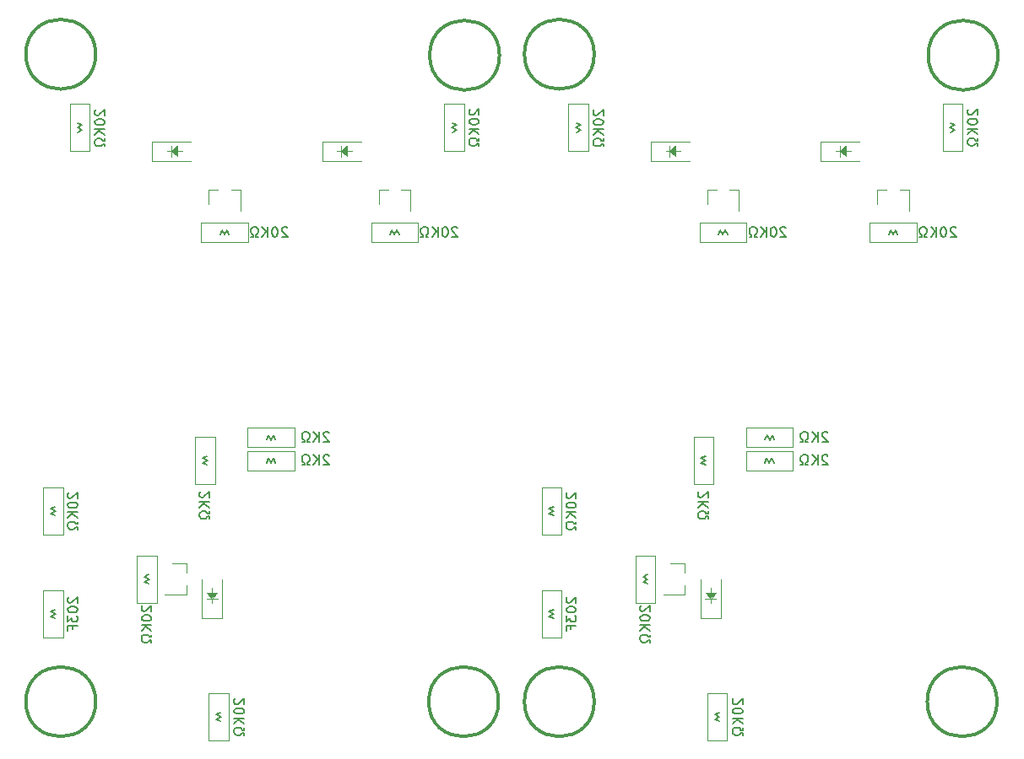
<source format=gbr>
%TF.GenerationSoftware,KiCad,Pcbnew,8.0.7*%
%TF.CreationDate,2025-01-14T20:12:34+09:00*%
%TF.ProjectId,POP_UP_Board_NEW V7.0,504f505f-5550-45f4-926f-6172645f4e45,rev?*%
%TF.SameCoordinates,Original*%
%TF.FileFunction,Legend,Bot*%
%TF.FilePolarity,Positive*%
%FSLAX46Y46*%
G04 Gerber Fmt 4.6, Leading zero omitted, Abs format (unit mm)*
G04 Created by KiCad (PCBNEW 8.0.7) date 2025-01-14 20:12:34*
%MOMM*%
%LPD*%
G01*
G04 APERTURE LIST*
%ADD10C,0.300000*%
%ADD11C,0.150000*%
%ADD12C,0.120000*%
%ADD13C,0.200000*%
%ADD14C,0.100000*%
G04 APERTURE END LIST*
D10*
X132901250Y-125871250D02*
G75*
G02*
X125901250Y-125871250I-3500000J0D01*
G01*
X125901250Y-125871250D02*
G75*
G02*
X132901250Y-125871250I3500000J0D01*
G01*
X173301250Y-125871250D02*
G75*
G02*
X166301250Y-125871250I-3500000J0D01*
G01*
X166301250Y-125871250D02*
G75*
G02*
X173301250Y-125871250I3500000J0D01*
G01*
X173401250Y-60971250D02*
G75*
G02*
X166401250Y-60971250I-3500000J0D01*
G01*
X166401250Y-60971250D02*
G75*
G02*
X173401250Y-60971250I3500000J0D01*
G01*
X132901250Y-60871250D02*
G75*
G02*
X125901250Y-60871250I-3500000J0D01*
G01*
X125901250Y-60871250D02*
G75*
G02*
X132901250Y-60871250I3500000J0D01*
G01*
X82901250Y-125871250D02*
G75*
G02*
X75901250Y-125871250I-3500000J0D01*
G01*
X75901250Y-125871250D02*
G75*
G02*
X82901250Y-125871250I3500000J0D01*
G01*
X123301250Y-125871250D02*
G75*
G02*
X116301250Y-125871250I-3500000J0D01*
G01*
X116301250Y-125871250D02*
G75*
G02*
X123301250Y-125871250I3500000J0D01*
G01*
X123401250Y-60971250D02*
G75*
G02*
X116401250Y-60971250I-3500000J0D01*
G01*
X116401250Y-60971250D02*
G75*
G02*
X123401250Y-60971250I3500000J0D01*
G01*
X82901250Y-60871250D02*
G75*
G02*
X75901250Y-60871250I-3500000J0D01*
G01*
X75901250Y-60871250D02*
G75*
G02*
X82901250Y-60871250I3500000J0D01*
G01*
D11*
X156308392Y-98871307D02*
X156260773Y-98823688D01*
X156260773Y-98823688D02*
X156165535Y-98776069D01*
X156165535Y-98776069D02*
X155927440Y-98776069D01*
X155927440Y-98776069D02*
X155832202Y-98823688D01*
X155832202Y-98823688D02*
X155784583Y-98871307D01*
X155784583Y-98871307D02*
X155736964Y-98966545D01*
X155736964Y-98966545D02*
X155736964Y-99061783D01*
X155736964Y-99061783D02*
X155784583Y-99204640D01*
X155784583Y-99204640D02*
X156356011Y-99776069D01*
X156356011Y-99776069D02*
X155736964Y-99776069D01*
X155308392Y-99776069D02*
X155308392Y-98776069D01*
X154736964Y-99776069D02*
X155165535Y-99204640D01*
X154736964Y-98776069D02*
X155308392Y-99347497D01*
X154356011Y-99776069D02*
X154117916Y-99776069D01*
X154117916Y-99776069D02*
X154117916Y-99585592D01*
X154117916Y-99585592D02*
X154213154Y-99537973D01*
X154213154Y-99537973D02*
X154308392Y-99442735D01*
X154308392Y-99442735D02*
X154356011Y-99299878D01*
X154356011Y-99299878D02*
X154356011Y-99061783D01*
X154356011Y-99061783D02*
X154308392Y-98918926D01*
X154308392Y-98918926D02*
X154213154Y-98823688D01*
X154213154Y-98823688D02*
X154070297Y-98776069D01*
X154070297Y-98776069D02*
X153879821Y-98776069D01*
X153879821Y-98776069D02*
X153736964Y-98823688D01*
X153736964Y-98823688D02*
X153641726Y-98918926D01*
X153641726Y-98918926D02*
X153594107Y-99061783D01*
X153594107Y-99061783D02*
X153594107Y-99299878D01*
X153594107Y-99299878D02*
X153641726Y-99442735D01*
X153641726Y-99442735D02*
X153736964Y-99537973D01*
X153736964Y-99537973D02*
X153832202Y-99585592D01*
X153832202Y-99585592D02*
X153832202Y-99776069D01*
X153832202Y-99776069D02*
X153594107Y-99776069D01*
X130176307Y-115384583D02*
X130128688Y-115432202D01*
X130128688Y-115432202D02*
X130081069Y-115527440D01*
X130081069Y-115527440D02*
X130081069Y-115765535D01*
X130081069Y-115765535D02*
X130128688Y-115860773D01*
X130128688Y-115860773D02*
X130176307Y-115908392D01*
X130176307Y-115908392D02*
X130271545Y-115956011D01*
X130271545Y-115956011D02*
X130366783Y-115956011D01*
X130366783Y-115956011D02*
X130509640Y-115908392D01*
X130509640Y-115908392D02*
X131081069Y-115336964D01*
X131081069Y-115336964D02*
X131081069Y-115956011D01*
X130081069Y-116575059D02*
X130081069Y-116670297D01*
X130081069Y-116670297D02*
X130128688Y-116765535D01*
X130128688Y-116765535D02*
X130176307Y-116813154D01*
X130176307Y-116813154D02*
X130271545Y-116860773D01*
X130271545Y-116860773D02*
X130462021Y-116908392D01*
X130462021Y-116908392D02*
X130700116Y-116908392D01*
X130700116Y-116908392D02*
X130890592Y-116860773D01*
X130890592Y-116860773D02*
X130985830Y-116813154D01*
X130985830Y-116813154D02*
X131033450Y-116765535D01*
X131033450Y-116765535D02*
X131081069Y-116670297D01*
X131081069Y-116670297D02*
X131081069Y-116575059D01*
X131081069Y-116575059D02*
X131033450Y-116479821D01*
X131033450Y-116479821D02*
X130985830Y-116432202D01*
X130985830Y-116432202D02*
X130890592Y-116384583D01*
X130890592Y-116384583D02*
X130700116Y-116336964D01*
X130700116Y-116336964D02*
X130462021Y-116336964D01*
X130462021Y-116336964D02*
X130271545Y-116384583D01*
X130271545Y-116384583D02*
X130176307Y-116432202D01*
X130176307Y-116432202D02*
X130128688Y-116479821D01*
X130128688Y-116479821D02*
X130081069Y-116575059D01*
X130081069Y-117241726D02*
X130081069Y-117860773D01*
X130081069Y-117860773D02*
X130462021Y-117527440D01*
X130462021Y-117527440D02*
X130462021Y-117670297D01*
X130462021Y-117670297D02*
X130509640Y-117765535D01*
X130509640Y-117765535D02*
X130557259Y-117813154D01*
X130557259Y-117813154D02*
X130652497Y-117860773D01*
X130652497Y-117860773D02*
X130890592Y-117860773D01*
X130890592Y-117860773D02*
X130985830Y-117813154D01*
X130985830Y-117813154D02*
X131033450Y-117765535D01*
X131033450Y-117765535D02*
X131081069Y-117670297D01*
X131081069Y-117670297D02*
X131081069Y-117384583D01*
X131081069Y-117384583D02*
X131033450Y-117289345D01*
X131033450Y-117289345D02*
X130985830Y-117241726D01*
X130557259Y-118622678D02*
X130557259Y-118289345D01*
X131081069Y-118289345D02*
X130081069Y-118289345D01*
X130081069Y-118289345D02*
X130081069Y-118765535D01*
X130176307Y-104897917D02*
X130128688Y-104945536D01*
X130128688Y-104945536D02*
X130081069Y-105040774D01*
X130081069Y-105040774D02*
X130081069Y-105278869D01*
X130081069Y-105278869D02*
X130128688Y-105374107D01*
X130128688Y-105374107D02*
X130176307Y-105421726D01*
X130176307Y-105421726D02*
X130271545Y-105469345D01*
X130271545Y-105469345D02*
X130366783Y-105469345D01*
X130366783Y-105469345D02*
X130509640Y-105421726D01*
X130509640Y-105421726D02*
X131081069Y-104850298D01*
X131081069Y-104850298D02*
X131081069Y-105469345D01*
X130081069Y-106088393D02*
X130081069Y-106183631D01*
X130081069Y-106183631D02*
X130128688Y-106278869D01*
X130128688Y-106278869D02*
X130176307Y-106326488D01*
X130176307Y-106326488D02*
X130271545Y-106374107D01*
X130271545Y-106374107D02*
X130462021Y-106421726D01*
X130462021Y-106421726D02*
X130700116Y-106421726D01*
X130700116Y-106421726D02*
X130890592Y-106374107D01*
X130890592Y-106374107D02*
X130985830Y-106326488D01*
X130985830Y-106326488D02*
X131033450Y-106278869D01*
X131033450Y-106278869D02*
X131081069Y-106183631D01*
X131081069Y-106183631D02*
X131081069Y-106088393D01*
X131081069Y-106088393D02*
X131033450Y-105993155D01*
X131033450Y-105993155D02*
X130985830Y-105945536D01*
X130985830Y-105945536D02*
X130890592Y-105897917D01*
X130890592Y-105897917D02*
X130700116Y-105850298D01*
X130700116Y-105850298D02*
X130462021Y-105850298D01*
X130462021Y-105850298D02*
X130271545Y-105897917D01*
X130271545Y-105897917D02*
X130176307Y-105945536D01*
X130176307Y-105945536D02*
X130128688Y-105993155D01*
X130128688Y-105993155D02*
X130081069Y-106088393D01*
X131081069Y-106850298D02*
X130081069Y-106850298D01*
X131081069Y-107421726D02*
X130509640Y-106993155D01*
X130081069Y-107421726D02*
X130652497Y-106850298D01*
X131081069Y-107802679D02*
X131081069Y-108040774D01*
X131081069Y-108040774D02*
X130890592Y-108040774D01*
X130890592Y-108040774D02*
X130842973Y-107945536D01*
X130842973Y-107945536D02*
X130747735Y-107850298D01*
X130747735Y-107850298D02*
X130604878Y-107802679D01*
X130604878Y-107802679D02*
X130366783Y-107802679D01*
X130366783Y-107802679D02*
X130223926Y-107850298D01*
X130223926Y-107850298D02*
X130128688Y-107945536D01*
X130128688Y-107945536D02*
X130081069Y-108088393D01*
X130081069Y-108088393D02*
X130081069Y-108278869D01*
X130081069Y-108278869D02*
X130128688Y-108421726D01*
X130128688Y-108421726D02*
X130223926Y-108516964D01*
X130223926Y-108516964D02*
X130366783Y-108564583D01*
X130366783Y-108564583D02*
X130604878Y-108564583D01*
X130604878Y-108564583D02*
X130747735Y-108516964D01*
X130747735Y-108516964D02*
X130842973Y-108421726D01*
X130842973Y-108421726D02*
X130890592Y-108326488D01*
X130890592Y-108326488D02*
X131081069Y-108326488D01*
X131081069Y-108326488D02*
X131081069Y-108564583D01*
X143413807Y-104794107D02*
X143366188Y-104841726D01*
X143366188Y-104841726D02*
X143318569Y-104936964D01*
X143318569Y-104936964D02*
X143318569Y-105175059D01*
X143318569Y-105175059D02*
X143366188Y-105270297D01*
X143366188Y-105270297D02*
X143413807Y-105317916D01*
X143413807Y-105317916D02*
X143509045Y-105365535D01*
X143509045Y-105365535D02*
X143604283Y-105365535D01*
X143604283Y-105365535D02*
X143747140Y-105317916D01*
X143747140Y-105317916D02*
X144318569Y-104746488D01*
X144318569Y-104746488D02*
X144318569Y-105365535D01*
X144318569Y-105794107D02*
X143318569Y-105794107D01*
X144318569Y-106365535D02*
X143747140Y-105936964D01*
X143318569Y-106365535D02*
X143889997Y-105794107D01*
X144318569Y-106746488D02*
X144318569Y-106984583D01*
X144318569Y-106984583D02*
X144128092Y-106984583D01*
X144128092Y-106984583D02*
X144080473Y-106889345D01*
X144080473Y-106889345D02*
X143985235Y-106794107D01*
X143985235Y-106794107D02*
X143842378Y-106746488D01*
X143842378Y-106746488D02*
X143604283Y-106746488D01*
X143604283Y-106746488D02*
X143461426Y-106794107D01*
X143461426Y-106794107D02*
X143366188Y-106889345D01*
X143366188Y-106889345D02*
X143318569Y-107032202D01*
X143318569Y-107032202D02*
X143318569Y-107222678D01*
X143318569Y-107222678D02*
X143366188Y-107365535D01*
X143366188Y-107365535D02*
X143461426Y-107460773D01*
X143461426Y-107460773D02*
X143604283Y-107508392D01*
X143604283Y-107508392D02*
X143842378Y-107508392D01*
X143842378Y-107508392D02*
X143985235Y-107460773D01*
X143985235Y-107460773D02*
X144080473Y-107365535D01*
X144080473Y-107365535D02*
X144128092Y-107270297D01*
X144128092Y-107270297D02*
X144318569Y-107270297D01*
X144318569Y-107270297D02*
X144318569Y-107508392D01*
X152114582Y-78301307D02*
X152066963Y-78253688D01*
X152066963Y-78253688D02*
X151971725Y-78206069D01*
X151971725Y-78206069D02*
X151733630Y-78206069D01*
X151733630Y-78206069D02*
X151638392Y-78253688D01*
X151638392Y-78253688D02*
X151590773Y-78301307D01*
X151590773Y-78301307D02*
X151543154Y-78396545D01*
X151543154Y-78396545D02*
X151543154Y-78491783D01*
X151543154Y-78491783D02*
X151590773Y-78634640D01*
X151590773Y-78634640D02*
X152162201Y-79206069D01*
X152162201Y-79206069D02*
X151543154Y-79206069D01*
X150924106Y-78206069D02*
X150828868Y-78206069D01*
X150828868Y-78206069D02*
X150733630Y-78253688D01*
X150733630Y-78253688D02*
X150686011Y-78301307D01*
X150686011Y-78301307D02*
X150638392Y-78396545D01*
X150638392Y-78396545D02*
X150590773Y-78587021D01*
X150590773Y-78587021D02*
X150590773Y-78825116D01*
X150590773Y-78825116D02*
X150638392Y-79015592D01*
X150638392Y-79015592D02*
X150686011Y-79110830D01*
X150686011Y-79110830D02*
X150733630Y-79158450D01*
X150733630Y-79158450D02*
X150828868Y-79206069D01*
X150828868Y-79206069D02*
X150924106Y-79206069D01*
X150924106Y-79206069D02*
X151019344Y-79158450D01*
X151019344Y-79158450D02*
X151066963Y-79110830D01*
X151066963Y-79110830D02*
X151114582Y-79015592D01*
X151114582Y-79015592D02*
X151162201Y-78825116D01*
X151162201Y-78825116D02*
X151162201Y-78587021D01*
X151162201Y-78587021D02*
X151114582Y-78396545D01*
X151114582Y-78396545D02*
X151066963Y-78301307D01*
X151066963Y-78301307D02*
X151019344Y-78253688D01*
X151019344Y-78253688D02*
X150924106Y-78206069D01*
X150162201Y-79206069D02*
X150162201Y-78206069D01*
X149590773Y-79206069D02*
X150019344Y-78634640D01*
X149590773Y-78206069D02*
X150162201Y-78777497D01*
X149209820Y-79206069D02*
X148971725Y-79206069D01*
X148971725Y-79206069D02*
X148971725Y-79015592D01*
X148971725Y-79015592D02*
X149066963Y-78967973D01*
X149066963Y-78967973D02*
X149162201Y-78872735D01*
X149162201Y-78872735D02*
X149209820Y-78729878D01*
X149209820Y-78729878D02*
X149209820Y-78491783D01*
X149209820Y-78491783D02*
X149162201Y-78348926D01*
X149162201Y-78348926D02*
X149066963Y-78253688D01*
X149066963Y-78253688D02*
X148924106Y-78206069D01*
X148924106Y-78206069D02*
X148733630Y-78206069D01*
X148733630Y-78206069D02*
X148590773Y-78253688D01*
X148590773Y-78253688D02*
X148495535Y-78348926D01*
X148495535Y-78348926D02*
X148447916Y-78491783D01*
X148447916Y-78491783D02*
X148447916Y-78729878D01*
X148447916Y-78729878D02*
X148495535Y-78872735D01*
X148495535Y-78872735D02*
X148590773Y-78967973D01*
X148590773Y-78967973D02*
X148686011Y-79015592D01*
X148686011Y-79015592D02*
X148686011Y-79206069D01*
X148686011Y-79206069D02*
X148447916Y-79206069D01*
X170446307Y-66397917D02*
X170398688Y-66445536D01*
X170398688Y-66445536D02*
X170351069Y-66540774D01*
X170351069Y-66540774D02*
X170351069Y-66778869D01*
X170351069Y-66778869D02*
X170398688Y-66874107D01*
X170398688Y-66874107D02*
X170446307Y-66921726D01*
X170446307Y-66921726D02*
X170541545Y-66969345D01*
X170541545Y-66969345D02*
X170636783Y-66969345D01*
X170636783Y-66969345D02*
X170779640Y-66921726D01*
X170779640Y-66921726D02*
X171351069Y-66350298D01*
X171351069Y-66350298D02*
X171351069Y-66969345D01*
X170351069Y-67588393D02*
X170351069Y-67683631D01*
X170351069Y-67683631D02*
X170398688Y-67778869D01*
X170398688Y-67778869D02*
X170446307Y-67826488D01*
X170446307Y-67826488D02*
X170541545Y-67874107D01*
X170541545Y-67874107D02*
X170732021Y-67921726D01*
X170732021Y-67921726D02*
X170970116Y-67921726D01*
X170970116Y-67921726D02*
X171160592Y-67874107D01*
X171160592Y-67874107D02*
X171255830Y-67826488D01*
X171255830Y-67826488D02*
X171303450Y-67778869D01*
X171303450Y-67778869D02*
X171351069Y-67683631D01*
X171351069Y-67683631D02*
X171351069Y-67588393D01*
X171351069Y-67588393D02*
X171303450Y-67493155D01*
X171303450Y-67493155D02*
X171255830Y-67445536D01*
X171255830Y-67445536D02*
X171160592Y-67397917D01*
X171160592Y-67397917D02*
X170970116Y-67350298D01*
X170970116Y-67350298D02*
X170732021Y-67350298D01*
X170732021Y-67350298D02*
X170541545Y-67397917D01*
X170541545Y-67397917D02*
X170446307Y-67445536D01*
X170446307Y-67445536D02*
X170398688Y-67493155D01*
X170398688Y-67493155D02*
X170351069Y-67588393D01*
X171351069Y-68350298D02*
X170351069Y-68350298D01*
X171351069Y-68921726D02*
X170779640Y-68493155D01*
X170351069Y-68921726D02*
X170922497Y-68350298D01*
X171351069Y-69302679D02*
X171351069Y-69540774D01*
X171351069Y-69540774D02*
X171160592Y-69540774D01*
X171160592Y-69540774D02*
X171112973Y-69445536D01*
X171112973Y-69445536D02*
X171017735Y-69350298D01*
X171017735Y-69350298D02*
X170874878Y-69302679D01*
X170874878Y-69302679D02*
X170636783Y-69302679D01*
X170636783Y-69302679D02*
X170493926Y-69350298D01*
X170493926Y-69350298D02*
X170398688Y-69445536D01*
X170398688Y-69445536D02*
X170351069Y-69588393D01*
X170351069Y-69588393D02*
X170351069Y-69778869D01*
X170351069Y-69778869D02*
X170398688Y-69921726D01*
X170398688Y-69921726D02*
X170493926Y-70016964D01*
X170493926Y-70016964D02*
X170636783Y-70064583D01*
X170636783Y-70064583D02*
X170874878Y-70064583D01*
X170874878Y-70064583D02*
X171017735Y-70016964D01*
X171017735Y-70016964D02*
X171112973Y-69921726D01*
X171112973Y-69921726D02*
X171160592Y-69826488D01*
X171160592Y-69826488D02*
X171351069Y-69826488D01*
X171351069Y-69826488D02*
X171351069Y-70064583D01*
X146881307Y-125572917D02*
X146833688Y-125620536D01*
X146833688Y-125620536D02*
X146786069Y-125715774D01*
X146786069Y-125715774D02*
X146786069Y-125953869D01*
X146786069Y-125953869D02*
X146833688Y-126049107D01*
X146833688Y-126049107D02*
X146881307Y-126096726D01*
X146881307Y-126096726D02*
X146976545Y-126144345D01*
X146976545Y-126144345D02*
X147071783Y-126144345D01*
X147071783Y-126144345D02*
X147214640Y-126096726D01*
X147214640Y-126096726D02*
X147786069Y-125525298D01*
X147786069Y-125525298D02*
X147786069Y-126144345D01*
X146786069Y-126763393D02*
X146786069Y-126858631D01*
X146786069Y-126858631D02*
X146833688Y-126953869D01*
X146833688Y-126953869D02*
X146881307Y-127001488D01*
X146881307Y-127001488D02*
X146976545Y-127049107D01*
X146976545Y-127049107D02*
X147167021Y-127096726D01*
X147167021Y-127096726D02*
X147405116Y-127096726D01*
X147405116Y-127096726D02*
X147595592Y-127049107D01*
X147595592Y-127049107D02*
X147690830Y-127001488D01*
X147690830Y-127001488D02*
X147738450Y-126953869D01*
X147738450Y-126953869D02*
X147786069Y-126858631D01*
X147786069Y-126858631D02*
X147786069Y-126763393D01*
X147786069Y-126763393D02*
X147738450Y-126668155D01*
X147738450Y-126668155D02*
X147690830Y-126620536D01*
X147690830Y-126620536D02*
X147595592Y-126572917D01*
X147595592Y-126572917D02*
X147405116Y-126525298D01*
X147405116Y-126525298D02*
X147167021Y-126525298D01*
X147167021Y-126525298D02*
X146976545Y-126572917D01*
X146976545Y-126572917D02*
X146881307Y-126620536D01*
X146881307Y-126620536D02*
X146833688Y-126668155D01*
X146833688Y-126668155D02*
X146786069Y-126763393D01*
X147786069Y-127525298D02*
X146786069Y-127525298D01*
X147786069Y-128096726D02*
X147214640Y-127668155D01*
X146786069Y-128096726D02*
X147357497Y-127525298D01*
X147786069Y-128477679D02*
X147786069Y-128715774D01*
X147786069Y-128715774D02*
X147595592Y-128715774D01*
X147595592Y-128715774D02*
X147547973Y-128620536D01*
X147547973Y-128620536D02*
X147452735Y-128525298D01*
X147452735Y-128525298D02*
X147309878Y-128477679D01*
X147309878Y-128477679D02*
X147071783Y-128477679D01*
X147071783Y-128477679D02*
X146928926Y-128525298D01*
X146928926Y-128525298D02*
X146833688Y-128620536D01*
X146833688Y-128620536D02*
X146786069Y-128763393D01*
X146786069Y-128763393D02*
X146786069Y-128953869D01*
X146786069Y-128953869D02*
X146833688Y-129096726D01*
X146833688Y-129096726D02*
X146928926Y-129191964D01*
X146928926Y-129191964D02*
X147071783Y-129239583D01*
X147071783Y-129239583D02*
X147309878Y-129239583D01*
X147309878Y-129239583D02*
X147452735Y-129191964D01*
X147452735Y-129191964D02*
X147547973Y-129096726D01*
X147547973Y-129096726D02*
X147595592Y-129001488D01*
X147595592Y-129001488D02*
X147786069Y-129001488D01*
X147786069Y-129001488D02*
X147786069Y-129239583D01*
X132906307Y-66447917D02*
X132858688Y-66495536D01*
X132858688Y-66495536D02*
X132811069Y-66590774D01*
X132811069Y-66590774D02*
X132811069Y-66828869D01*
X132811069Y-66828869D02*
X132858688Y-66924107D01*
X132858688Y-66924107D02*
X132906307Y-66971726D01*
X132906307Y-66971726D02*
X133001545Y-67019345D01*
X133001545Y-67019345D02*
X133096783Y-67019345D01*
X133096783Y-67019345D02*
X133239640Y-66971726D01*
X133239640Y-66971726D02*
X133811069Y-66400298D01*
X133811069Y-66400298D02*
X133811069Y-67019345D01*
X132811069Y-67638393D02*
X132811069Y-67733631D01*
X132811069Y-67733631D02*
X132858688Y-67828869D01*
X132858688Y-67828869D02*
X132906307Y-67876488D01*
X132906307Y-67876488D02*
X133001545Y-67924107D01*
X133001545Y-67924107D02*
X133192021Y-67971726D01*
X133192021Y-67971726D02*
X133430116Y-67971726D01*
X133430116Y-67971726D02*
X133620592Y-67924107D01*
X133620592Y-67924107D02*
X133715830Y-67876488D01*
X133715830Y-67876488D02*
X133763450Y-67828869D01*
X133763450Y-67828869D02*
X133811069Y-67733631D01*
X133811069Y-67733631D02*
X133811069Y-67638393D01*
X133811069Y-67638393D02*
X133763450Y-67543155D01*
X133763450Y-67543155D02*
X133715830Y-67495536D01*
X133715830Y-67495536D02*
X133620592Y-67447917D01*
X133620592Y-67447917D02*
X133430116Y-67400298D01*
X133430116Y-67400298D02*
X133192021Y-67400298D01*
X133192021Y-67400298D02*
X133001545Y-67447917D01*
X133001545Y-67447917D02*
X132906307Y-67495536D01*
X132906307Y-67495536D02*
X132858688Y-67543155D01*
X132858688Y-67543155D02*
X132811069Y-67638393D01*
X133811069Y-68400298D02*
X132811069Y-68400298D01*
X133811069Y-68971726D02*
X133239640Y-68543155D01*
X132811069Y-68971726D02*
X133382497Y-68400298D01*
X133811069Y-69352679D02*
X133811069Y-69590774D01*
X133811069Y-69590774D02*
X133620592Y-69590774D01*
X133620592Y-69590774D02*
X133572973Y-69495536D01*
X133572973Y-69495536D02*
X133477735Y-69400298D01*
X133477735Y-69400298D02*
X133334878Y-69352679D01*
X133334878Y-69352679D02*
X133096783Y-69352679D01*
X133096783Y-69352679D02*
X132953926Y-69400298D01*
X132953926Y-69400298D02*
X132858688Y-69495536D01*
X132858688Y-69495536D02*
X132811069Y-69638393D01*
X132811069Y-69638393D02*
X132811069Y-69828869D01*
X132811069Y-69828869D02*
X132858688Y-69971726D01*
X132858688Y-69971726D02*
X132953926Y-70066964D01*
X132953926Y-70066964D02*
X133096783Y-70114583D01*
X133096783Y-70114583D02*
X133334878Y-70114583D01*
X133334878Y-70114583D02*
X133477735Y-70066964D01*
X133477735Y-70066964D02*
X133572973Y-69971726D01*
X133572973Y-69971726D02*
X133620592Y-69876488D01*
X133620592Y-69876488D02*
X133811069Y-69876488D01*
X133811069Y-69876488D02*
X133811069Y-70114583D01*
X156308392Y-101196307D02*
X156260773Y-101148688D01*
X156260773Y-101148688D02*
X156165535Y-101101069D01*
X156165535Y-101101069D02*
X155927440Y-101101069D01*
X155927440Y-101101069D02*
X155832202Y-101148688D01*
X155832202Y-101148688D02*
X155784583Y-101196307D01*
X155784583Y-101196307D02*
X155736964Y-101291545D01*
X155736964Y-101291545D02*
X155736964Y-101386783D01*
X155736964Y-101386783D02*
X155784583Y-101529640D01*
X155784583Y-101529640D02*
X156356011Y-102101069D01*
X156356011Y-102101069D02*
X155736964Y-102101069D01*
X155308392Y-102101069D02*
X155308392Y-101101069D01*
X154736964Y-102101069D02*
X155165535Y-101529640D01*
X154736964Y-101101069D02*
X155308392Y-101672497D01*
X154356011Y-102101069D02*
X154117916Y-102101069D01*
X154117916Y-102101069D02*
X154117916Y-101910592D01*
X154117916Y-101910592D02*
X154213154Y-101862973D01*
X154213154Y-101862973D02*
X154308392Y-101767735D01*
X154308392Y-101767735D02*
X154356011Y-101624878D01*
X154356011Y-101624878D02*
X154356011Y-101386783D01*
X154356011Y-101386783D02*
X154308392Y-101243926D01*
X154308392Y-101243926D02*
X154213154Y-101148688D01*
X154213154Y-101148688D02*
X154070297Y-101101069D01*
X154070297Y-101101069D02*
X153879821Y-101101069D01*
X153879821Y-101101069D02*
X153736964Y-101148688D01*
X153736964Y-101148688D02*
X153641726Y-101243926D01*
X153641726Y-101243926D02*
X153594107Y-101386783D01*
X153594107Y-101386783D02*
X153594107Y-101624878D01*
X153594107Y-101624878D02*
X153641726Y-101767735D01*
X153641726Y-101767735D02*
X153736964Y-101862973D01*
X153736964Y-101862973D02*
X153832202Y-101910592D01*
X153832202Y-101910592D02*
X153832202Y-102101069D01*
X153832202Y-102101069D02*
X153594107Y-102101069D01*
X137586307Y-116237917D02*
X137538688Y-116285536D01*
X137538688Y-116285536D02*
X137491069Y-116380774D01*
X137491069Y-116380774D02*
X137491069Y-116618869D01*
X137491069Y-116618869D02*
X137538688Y-116714107D01*
X137538688Y-116714107D02*
X137586307Y-116761726D01*
X137586307Y-116761726D02*
X137681545Y-116809345D01*
X137681545Y-116809345D02*
X137776783Y-116809345D01*
X137776783Y-116809345D02*
X137919640Y-116761726D01*
X137919640Y-116761726D02*
X138491069Y-116190298D01*
X138491069Y-116190298D02*
X138491069Y-116809345D01*
X137491069Y-117428393D02*
X137491069Y-117523631D01*
X137491069Y-117523631D02*
X137538688Y-117618869D01*
X137538688Y-117618869D02*
X137586307Y-117666488D01*
X137586307Y-117666488D02*
X137681545Y-117714107D01*
X137681545Y-117714107D02*
X137872021Y-117761726D01*
X137872021Y-117761726D02*
X138110116Y-117761726D01*
X138110116Y-117761726D02*
X138300592Y-117714107D01*
X138300592Y-117714107D02*
X138395830Y-117666488D01*
X138395830Y-117666488D02*
X138443450Y-117618869D01*
X138443450Y-117618869D02*
X138491069Y-117523631D01*
X138491069Y-117523631D02*
X138491069Y-117428393D01*
X138491069Y-117428393D02*
X138443450Y-117333155D01*
X138443450Y-117333155D02*
X138395830Y-117285536D01*
X138395830Y-117285536D02*
X138300592Y-117237917D01*
X138300592Y-117237917D02*
X138110116Y-117190298D01*
X138110116Y-117190298D02*
X137872021Y-117190298D01*
X137872021Y-117190298D02*
X137681545Y-117237917D01*
X137681545Y-117237917D02*
X137586307Y-117285536D01*
X137586307Y-117285536D02*
X137538688Y-117333155D01*
X137538688Y-117333155D02*
X137491069Y-117428393D01*
X138491069Y-118190298D02*
X137491069Y-118190298D01*
X138491069Y-118761726D02*
X137919640Y-118333155D01*
X137491069Y-118761726D02*
X138062497Y-118190298D01*
X138491069Y-119142679D02*
X138491069Y-119380774D01*
X138491069Y-119380774D02*
X138300592Y-119380774D01*
X138300592Y-119380774D02*
X138252973Y-119285536D01*
X138252973Y-119285536D02*
X138157735Y-119190298D01*
X138157735Y-119190298D02*
X138014878Y-119142679D01*
X138014878Y-119142679D02*
X137776783Y-119142679D01*
X137776783Y-119142679D02*
X137633926Y-119190298D01*
X137633926Y-119190298D02*
X137538688Y-119285536D01*
X137538688Y-119285536D02*
X137491069Y-119428393D01*
X137491069Y-119428393D02*
X137491069Y-119618869D01*
X137491069Y-119618869D02*
X137538688Y-119761726D01*
X137538688Y-119761726D02*
X137633926Y-119856964D01*
X137633926Y-119856964D02*
X137776783Y-119904583D01*
X137776783Y-119904583D02*
X138014878Y-119904583D01*
X138014878Y-119904583D02*
X138157735Y-119856964D01*
X138157735Y-119856964D02*
X138252973Y-119761726D01*
X138252973Y-119761726D02*
X138300592Y-119666488D01*
X138300592Y-119666488D02*
X138491069Y-119666488D01*
X138491069Y-119666488D02*
X138491069Y-119904583D01*
X169174582Y-78301307D02*
X169126963Y-78253688D01*
X169126963Y-78253688D02*
X169031725Y-78206069D01*
X169031725Y-78206069D02*
X168793630Y-78206069D01*
X168793630Y-78206069D02*
X168698392Y-78253688D01*
X168698392Y-78253688D02*
X168650773Y-78301307D01*
X168650773Y-78301307D02*
X168603154Y-78396545D01*
X168603154Y-78396545D02*
X168603154Y-78491783D01*
X168603154Y-78491783D02*
X168650773Y-78634640D01*
X168650773Y-78634640D02*
X169222201Y-79206069D01*
X169222201Y-79206069D02*
X168603154Y-79206069D01*
X167984106Y-78206069D02*
X167888868Y-78206069D01*
X167888868Y-78206069D02*
X167793630Y-78253688D01*
X167793630Y-78253688D02*
X167746011Y-78301307D01*
X167746011Y-78301307D02*
X167698392Y-78396545D01*
X167698392Y-78396545D02*
X167650773Y-78587021D01*
X167650773Y-78587021D02*
X167650773Y-78825116D01*
X167650773Y-78825116D02*
X167698392Y-79015592D01*
X167698392Y-79015592D02*
X167746011Y-79110830D01*
X167746011Y-79110830D02*
X167793630Y-79158450D01*
X167793630Y-79158450D02*
X167888868Y-79206069D01*
X167888868Y-79206069D02*
X167984106Y-79206069D01*
X167984106Y-79206069D02*
X168079344Y-79158450D01*
X168079344Y-79158450D02*
X168126963Y-79110830D01*
X168126963Y-79110830D02*
X168174582Y-79015592D01*
X168174582Y-79015592D02*
X168222201Y-78825116D01*
X168222201Y-78825116D02*
X168222201Y-78587021D01*
X168222201Y-78587021D02*
X168174582Y-78396545D01*
X168174582Y-78396545D02*
X168126963Y-78301307D01*
X168126963Y-78301307D02*
X168079344Y-78253688D01*
X168079344Y-78253688D02*
X167984106Y-78206069D01*
X167222201Y-79206069D02*
X167222201Y-78206069D01*
X166650773Y-79206069D02*
X167079344Y-78634640D01*
X166650773Y-78206069D02*
X167222201Y-78777497D01*
X166269820Y-79206069D02*
X166031725Y-79206069D01*
X166031725Y-79206069D02*
X166031725Y-79015592D01*
X166031725Y-79015592D02*
X166126963Y-78967973D01*
X166126963Y-78967973D02*
X166222201Y-78872735D01*
X166222201Y-78872735D02*
X166269820Y-78729878D01*
X166269820Y-78729878D02*
X166269820Y-78491783D01*
X166269820Y-78491783D02*
X166222201Y-78348926D01*
X166222201Y-78348926D02*
X166126963Y-78253688D01*
X166126963Y-78253688D02*
X165984106Y-78206069D01*
X165984106Y-78206069D02*
X165793630Y-78206069D01*
X165793630Y-78206069D02*
X165650773Y-78253688D01*
X165650773Y-78253688D02*
X165555535Y-78348926D01*
X165555535Y-78348926D02*
X165507916Y-78491783D01*
X165507916Y-78491783D02*
X165507916Y-78729878D01*
X165507916Y-78729878D02*
X165555535Y-78872735D01*
X165555535Y-78872735D02*
X165650773Y-78967973D01*
X165650773Y-78967973D02*
X165746011Y-79015592D01*
X165746011Y-79015592D02*
X165746011Y-79206069D01*
X165746011Y-79206069D02*
X165507916Y-79206069D01*
X119174582Y-78301307D02*
X119126963Y-78253688D01*
X119126963Y-78253688D02*
X119031725Y-78206069D01*
X119031725Y-78206069D02*
X118793630Y-78206069D01*
X118793630Y-78206069D02*
X118698392Y-78253688D01*
X118698392Y-78253688D02*
X118650773Y-78301307D01*
X118650773Y-78301307D02*
X118603154Y-78396545D01*
X118603154Y-78396545D02*
X118603154Y-78491783D01*
X118603154Y-78491783D02*
X118650773Y-78634640D01*
X118650773Y-78634640D02*
X119222201Y-79206069D01*
X119222201Y-79206069D02*
X118603154Y-79206069D01*
X117984106Y-78206069D02*
X117888868Y-78206069D01*
X117888868Y-78206069D02*
X117793630Y-78253688D01*
X117793630Y-78253688D02*
X117746011Y-78301307D01*
X117746011Y-78301307D02*
X117698392Y-78396545D01*
X117698392Y-78396545D02*
X117650773Y-78587021D01*
X117650773Y-78587021D02*
X117650773Y-78825116D01*
X117650773Y-78825116D02*
X117698392Y-79015592D01*
X117698392Y-79015592D02*
X117746011Y-79110830D01*
X117746011Y-79110830D02*
X117793630Y-79158450D01*
X117793630Y-79158450D02*
X117888868Y-79206069D01*
X117888868Y-79206069D02*
X117984106Y-79206069D01*
X117984106Y-79206069D02*
X118079344Y-79158450D01*
X118079344Y-79158450D02*
X118126963Y-79110830D01*
X118126963Y-79110830D02*
X118174582Y-79015592D01*
X118174582Y-79015592D02*
X118222201Y-78825116D01*
X118222201Y-78825116D02*
X118222201Y-78587021D01*
X118222201Y-78587021D02*
X118174582Y-78396545D01*
X118174582Y-78396545D02*
X118126963Y-78301307D01*
X118126963Y-78301307D02*
X118079344Y-78253688D01*
X118079344Y-78253688D02*
X117984106Y-78206069D01*
X117222201Y-79206069D02*
X117222201Y-78206069D01*
X116650773Y-79206069D02*
X117079344Y-78634640D01*
X116650773Y-78206069D02*
X117222201Y-78777497D01*
X116269820Y-79206069D02*
X116031725Y-79206069D01*
X116031725Y-79206069D02*
X116031725Y-79015592D01*
X116031725Y-79015592D02*
X116126963Y-78967973D01*
X116126963Y-78967973D02*
X116222201Y-78872735D01*
X116222201Y-78872735D02*
X116269820Y-78729878D01*
X116269820Y-78729878D02*
X116269820Y-78491783D01*
X116269820Y-78491783D02*
X116222201Y-78348926D01*
X116222201Y-78348926D02*
X116126963Y-78253688D01*
X116126963Y-78253688D02*
X115984106Y-78206069D01*
X115984106Y-78206069D02*
X115793630Y-78206069D01*
X115793630Y-78206069D02*
X115650773Y-78253688D01*
X115650773Y-78253688D02*
X115555535Y-78348926D01*
X115555535Y-78348926D02*
X115507916Y-78491783D01*
X115507916Y-78491783D02*
X115507916Y-78729878D01*
X115507916Y-78729878D02*
X115555535Y-78872735D01*
X115555535Y-78872735D02*
X115650773Y-78967973D01*
X115650773Y-78967973D02*
X115746011Y-79015592D01*
X115746011Y-79015592D02*
X115746011Y-79206069D01*
X115746011Y-79206069D02*
X115507916Y-79206069D01*
X106308392Y-101196307D02*
X106260773Y-101148688D01*
X106260773Y-101148688D02*
X106165535Y-101101069D01*
X106165535Y-101101069D02*
X105927440Y-101101069D01*
X105927440Y-101101069D02*
X105832202Y-101148688D01*
X105832202Y-101148688D02*
X105784583Y-101196307D01*
X105784583Y-101196307D02*
X105736964Y-101291545D01*
X105736964Y-101291545D02*
X105736964Y-101386783D01*
X105736964Y-101386783D02*
X105784583Y-101529640D01*
X105784583Y-101529640D02*
X106356011Y-102101069D01*
X106356011Y-102101069D02*
X105736964Y-102101069D01*
X105308392Y-102101069D02*
X105308392Y-101101069D01*
X104736964Y-102101069D02*
X105165535Y-101529640D01*
X104736964Y-101101069D02*
X105308392Y-101672497D01*
X104356011Y-102101069D02*
X104117916Y-102101069D01*
X104117916Y-102101069D02*
X104117916Y-101910592D01*
X104117916Y-101910592D02*
X104213154Y-101862973D01*
X104213154Y-101862973D02*
X104308392Y-101767735D01*
X104308392Y-101767735D02*
X104356011Y-101624878D01*
X104356011Y-101624878D02*
X104356011Y-101386783D01*
X104356011Y-101386783D02*
X104308392Y-101243926D01*
X104308392Y-101243926D02*
X104213154Y-101148688D01*
X104213154Y-101148688D02*
X104070297Y-101101069D01*
X104070297Y-101101069D02*
X103879821Y-101101069D01*
X103879821Y-101101069D02*
X103736964Y-101148688D01*
X103736964Y-101148688D02*
X103641726Y-101243926D01*
X103641726Y-101243926D02*
X103594107Y-101386783D01*
X103594107Y-101386783D02*
X103594107Y-101624878D01*
X103594107Y-101624878D02*
X103641726Y-101767735D01*
X103641726Y-101767735D02*
X103736964Y-101862973D01*
X103736964Y-101862973D02*
X103832202Y-101910592D01*
X103832202Y-101910592D02*
X103832202Y-102101069D01*
X103832202Y-102101069D02*
X103594107Y-102101069D01*
X87586307Y-116237917D02*
X87538688Y-116285536D01*
X87538688Y-116285536D02*
X87491069Y-116380774D01*
X87491069Y-116380774D02*
X87491069Y-116618869D01*
X87491069Y-116618869D02*
X87538688Y-116714107D01*
X87538688Y-116714107D02*
X87586307Y-116761726D01*
X87586307Y-116761726D02*
X87681545Y-116809345D01*
X87681545Y-116809345D02*
X87776783Y-116809345D01*
X87776783Y-116809345D02*
X87919640Y-116761726D01*
X87919640Y-116761726D02*
X88491069Y-116190298D01*
X88491069Y-116190298D02*
X88491069Y-116809345D01*
X87491069Y-117428393D02*
X87491069Y-117523631D01*
X87491069Y-117523631D02*
X87538688Y-117618869D01*
X87538688Y-117618869D02*
X87586307Y-117666488D01*
X87586307Y-117666488D02*
X87681545Y-117714107D01*
X87681545Y-117714107D02*
X87872021Y-117761726D01*
X87872021Y-117761726D02*
X88110116Y-117761726D01*
X88110116Y-117761726D02*
X88300592Y-117714107D01*
X88300592Y-117714107D02*
X88395830Y-117666488D01*
X88395830Y-117666488D02*
X88443450Y-117618869D01*
X88443450Y-117618869D02*
X88491069Y-117523631D01*
X88491069Y-117523631D02*
X88491069Y-117428393D01*
X88491069Y-117428393D02*
X88443450Y-117333155D01*
X88443450Y-117333155D02*
X88395830Y-117285536D01*
X88395830Y-117285536D02*
X88300592Y-117237917D01*
X88300592Y-117237917D02*
X88110116Y-117190298D01*
X88110116Y-117190298D02*
X87872021Y-117190298D01*
X87872021Y-117190298D02*
X87681545Y-117237917D01*
X87681545Y-117237917D02*
X87586307Y-117285536D01*
X87586307Y-117285536D02*
X87538688Y-117333155D01*
X87538688Y-117333155D02*
X87491069Y-117428393D01*
X88491069Y-118190298D02*
X87491069Y-118190298D01*
X88491069Y-118761726D02*
X87919640Y-118333155D01*
X87491069Y-118761726D02*
X88062497Y-118190298D01*
X88491069Y-119142679D02*
X88491069Y-119380774D01*
X88491069Y-119380774D02*
X88300592Y-119380774D01*
X88300592Y-119380774D02*
X88252973Y-119285536D01*
X88252973Y-119285536D02*
X88157735Y-119190298D01*
X88157735Y-119190298D02*
X88014878Y-119142679D01*
X88014878Y-119142679D02*
X87776783Y-119142679D01*
X87776783Y-119142679D02*
X87633926Y-119190298D01*
X87633926Y-119190298D02*
X87538688Y-119285536D01*
X87538688Y-119285536D02*
X87491069Y-119428393D01*
X87491069Y-119428393D02*
X87491069Y-119618869D01*
X87491069Y-119618869D02*
X87538688Y-119761726D01*
X87538688Y-119761726D02*
X87633926Y-119856964D01*
X87633926Y-119856964D02*
X87776783Y-119904583D01*
X87776783Y-119904583D02*
X88014878Y-119904583D01*
X88014878Y-119904583D02*
X88157735Y-119856964D01*
X88157735Y-119856964D02*
X88252973Y-119761726D01*
X88252973Y-119761726D02*
X88300592Y-119666488D01*
X88300592Y-119666488D02*
X88491069Y-119666488D01*
X88491069Y-119666488D02*
X88491069Y-119904583D01*
X80176307Y-115384583D02*
X80128688Y-115432202D01*
X80128688Y-115432202D02*
X80081069Y-115527440D01*
X80081069Y-115527440D02*
X80081069Y-115765535D01*
X80081069Y-115765535D02*
X80128688Y-115860773D01*
X80128688Y-115860773D02*
X80176307Y-115908392D01*
X80176307Y-115908392D02*
X80271545Y-115956011D01*
X80271545Y-115956011D02*
X80366783Y-115956011D01*
X80366783Y-115956011D02*
X80509640Y-115908392D01*
X80509640Y-115908392D02*
X81081069Y-115336964D01*
X81081069Y-115336964D02*
X81081069Y-115956011D01*
X80081069Y-116575059D02*
X80081069Y-116670297D01*
X80081069Y-116670297D02*
X80128688Y-116765535D01*
X80128688Y-116765535D02*
X80176307Y-116813154D01*
X80176307Y-116813154D02*
X80271545Y-116860773D01*
X80271545Y-116860773D02*
X80462021Y-116908392D01*
X80462021Y-116908392D02*
X80700116Y-116908392D01*
X80700116Y-116908392D02*
X80890592Y-116860773D01*
X80890592Y-116860773D02*
X80985830Y-116813154D01*
X80985830Y-116813154D02*
X81033450Y-116765535D01*
X81033450Y-116765535D02*
X81081069Y-116670297D01*
X81081069Y-116670297D02*
X81081069Y-116575059D01*
X81081069Y-116575059D02*
X81033450Y-116479821D01*
X81033450Y-116479821D02*
X80985830Y-116432202D01*
X80985830Y-116432202D02*
X80890592Y-116384583D01*
X80890592Y-116384583D02*
X80700116Y-116336964D01*
X80700116Y-116336964D02*
X80462021Y-116336964D01*
X80462021Y-116336964D02*
X80271545Y-116384583D01*
X80271545Y-116384583D02*
X80176307Y-116432202D01*
X80176307Y-116432202D02*
X80128688Y-116479821D01*
X80128688Y-116479821D02*
X80081069Y-116575059D01*
X80081069Y-117241726D02*
X80081069Y-117860773D01*
X80081069Y-117860773D02*
X80462021Y-117527440D01*
X80462021Y-117527440D02*
X80462021Y-117670297D01*
X80462021Y-117670297D02*
X80509640Y-117765535D01*
X80509640Y-117765535D02*
X80557259Y-117813154D01*
X80557259Y-117813154D02*
X80652497Y-117860773D01*
X80652497Y-117860773D02*
X80890592Y-117860773D01*
X80890592Y-117860773D02*
X80985830Y-117813154D01*
X80985830Y-117813154D02*
X81033450Y-117765535D01*
X81033450Y-117765535D02*
X81081069Y-117670297D01*
X81081069Y-117670297D02*
X81081069Y-117384583D01*
X81081069Y-117384583D02*
X81033450Y-117289345D01*
X81033450Y-117289345D02*
X80985830Y-117241726D01*
X80557259Y-118622678D02*
X80557259Y-118289345D01*
X81081069Y-118289345D02*
X80081069Y-118289345D01*
X80081069Y-118289345D02*
X80081069Y-118765535D01*
X82906307Y-66447917D02*
X82858688Y-66495536D01*
X82858688Y-66495536D02*
X82811069Y-66590774D01*
X82811069Y-66590774D02*
X82811069Y-66828869D01*
X82811069Y-66828869D02*
X82858688Y-66924107D01*
X82858688Y-66924107D02*
X82906307Y-66971726D01*
X82906307Y-66971726D02*
X83001545Y-67019345D01*
X83001545Y-67019345D02*
X83096783Y-67019345D01*
X83096783Y-67019345D02*
X83239640Y-66971726D01*
X83239640Y-66971726D02*
X83811069Y-66400298D01*
X83811069Y-66400298D02*
X83811069Y-67019345D01*
X82811069Y-67638393D02*
X82811069Y-67733631D01*
X82811069Y-67733631D02*
X82858688Y-67828869D01*
X82858688Y-67828869D02*
X82906307Y-67876488D01*
X82906307Y-67876488D02*
X83001545Y-67924107D01*
X83001545Y-67924107D02*
X83192021Y-67971726D01*
X83192021Y-67971726D02*
X83430116Y-67971726D01*
X83430116Y-67971726D02*
X83620592Y-67924107D01*
X83620592Y-67924107D02*
X83715830Y-67876488D01*
X83715830Y-67876488D02*
X83763450Y-67828869D01*
X83763450Y-67828869D02*
X83811069Y-67733631D01*
X83811069Y-67733631D02*
X83811069Y-67638393D01*
X83811069Y-67638393D02*
X83763450Y-67543155D01*
X83763450Y-67543155D02*
X83715830Y-67495536D01*
X83715830Y-67495536D02*
X83620592Y-67447917D01*
X83620592Y-67447917D02*
X83430116Y-67400298D01*
X83430116Y-67400298D02*
X83192021Y-67400298D01*
X83192021Y-67400298D02*
X83001545Y-67447917D01*
X83001545Y-67447917D02*
X82906307Y-67495536D01*
X82906307Y-67495536D02*
X82858688Y-67543155D01*
X82858688Y-67543155D02*
X82811069Y-67638393D01*
X83811069Y-68400298D02*
X82811069Y-68400298D01*
X83811069Y-68971726D02*
X83239640Y-68543155D01*
X82811069Y-68971726D02*
X83382497Y-68400298D01*
X83811069Y-69352679D02*
X83811069Y-69590774D01*
X83811069Y-69590774D02*
X83620592Y-69590774D01*
X83620592Y-69590774D02*
X83572973Y-69495536D01*
X83572973Y-69495536D02*
X83477735Y-69400298D01*
X83477735Y-69400298D02*
X83334878Y-69352679D01*
X83334878Y-69352679D02*
X83096783Y-69352679D01*
X83096783Y-69352679D02*
X82953926Y-69400298D01*
X82953926Y-69400298D02*
X82858688Y-69495536D01*
X82858688Y-69495536D02*
X82811069Y-69638393D01*
X82811069Y-69638393D02*
X82811069Y-69828869D01*
X82811069Y-69828869D02*
X82858688Y-69971726D01*
X82858688Y-69971726D02*
X82953926Y-70066964D01*
X82953926Y-70066964D02*
X83096783Y-70114583D01*
X83096783Y-70114583D02*
X83334878Y-70114583D01*
X83334878Y-70114583D02*
X83477735Y-70066964D01*
X83477735Y-70066964D02*
X83572973Y-69971726D01*
X83572973Y-69971726D02*
X83620592Y-69876488D01*
X83620592Y-69876488D02*
X83811069Y-69876488D01*
X83811069Y-69876488D02*
X83811069Y-70114583D01*
X96881307Y-125572917D02*
X96833688Y-125620536D01*
X96833688Y-125620536D02*
X96786069Y-125715774D01*
X96786069Y-125715774D02*
X96786069Y-125953869D01*
X96786069Y-125953869D02*
X96833688Y-126049107D01*
X96833688Y-126049107D02*
X96881307Y-126096726D01*
X96881307Y-126096726D02*
X96976545Y-126144345D01*
X96976545Y-126144345D02*
X97071783Y-126144345D01*
X97071783Y-126144345D02*
X97214640Y-126096726D01*
X97214640Y-126096726D02*
X97786069Y-125525298D01*
X97786069Y-125525298D02*
X97786069Y-126144345D01*
X96786069Y-126763393D02*
X96786069Y-126858631D01*
X96786069Y-126858631D02*
X96833688Y-126953869D01*
X96833688Y-126953869D02*
X96881307Y-127001488D01*
X96881307Y-127001488D02*
X96976545Y-127049107D01*
X96976545Y-127049107D02*
X97167021Y-127096726D01*
X97167021Y-127096726D02*
X97405116Y-127096726D01*
X97405116Y-127096726D02*
X97595592Y-127049107D01*
X97595592Y-127049107D02*
X97690830Y-127001488D01*
X97690830Y-127001488D02*
X97738450Y-126953869D01*
X97738450Y-126953869D02*
X97786069Y-126858631D01*
X97786069Y-126858631D02*
X97786069Y-126763393D01*
X97786069Y-126763393D02*
X97738450Y-126668155D01*
X97738450Y-126668155D02*
X97690830Y-126620536D01*
X97690830Y-126620536D02*
X97595592Y-126572917D01*
X97595592Y-126572917D02*
X97405116Y-126525298D01*
X97405116Y-126525298D02*
X97167021Y-126525298D01*
X97167021Y-126525298D02*
X96976545Y-126572917D01*
X96976545Y-126572917D02*
X96881307Y-126620536D01*
X96881307Y-126620536D02*
X96833688Y-126668155D01*
X96833688Y-126668155D02*
X96786069Y-126763393D01*
X97786069Y-127525298D02*
X96786069Y-127525298D01*
X97786069Y-128096726D02*
X97214640Y-127668155D01*
X96786069Y-128096726D02*
X97357497Y-127525298D01*
X97786069Y-128477679D02*
X97786069Y-128715774D01*
X97786069Y-128715774D02*
X97595592Y-128715774D01*
X97595592Y-128715774D02*
X97547973Y-128620536D01*
X97547973Y-128620536D02*
X97452735Y-128525298D01*
X97452735Y-128525298D02*
X97309878Y-128477679D01*
X97309878Y-128477679D02*
X97071783Y-128477679D01*
X97071783Y-128477679D02*
X96928926Y-128525298D01*
X96928926Y-128525298D02*
X96833688Y-128620536D01*
X96833688Y-128620536D02*
X96786069Y-128763393D01*
X96786069Y-128763393D02*
X96786069Y-128953869D01*
X96786069Y-128953869D02*
X96833688Y-129096726D01*
X96833688Y-129096726D02*
X96928926Y-129191964D01*
X96928926Y-129191964D02*
X97071783Y-129239583D01*
X97071783Y-129239583D02*
X97309878Y-129239583D01*
X97309878Y-129239583D02*
X97452735Y-129191964D01*
X97452735Y-129191964D02*
X97547973Y-129096726D01*
X97547973Y-129096726D02*
X97595592Y-129001488D01*
X97595592Y-129001488D02*
X97786069Y-129001488D01*
X97786069Y-129001488D02*
X97786069Y-129239583D01*
X120446307Y-66397917D02*
X120398688Y-66445536D01*
X120398688Y-66445536D02*
X120351069Y-66540774D01*
X120351069Y-66540774D02*
X120351069Y-66778869D01*
X120351069Y-66778869D02*
X120398688Y-66874107D01*
X120398688Y-66874107D02*
X120446307Y-66921726D01*
X120446307Y-66921726D02*
X120541545Y-66969345D01*
X120541545Y-66969345D02*
X120636783Y-66969345D01*
X120636783Y-66969345D02*
X120779640Y-66921726D01*
X120779640Y-66921726D02*
X121351069Y-66350298D01*
X121351069Y-66350298D02*
X121351069Y-66969345D01*
X120351069Y-67588393D02*
X120351069Y-67683631D01*
X120351069Y-67683631D02*
X120398688Y-67778869D01*
X120398688Y-67778869D02*
X120446307Y-67826488D01*
X120446307Y-67826488D02*
X120541545Y-67874107D01*
X120541545Y-67874107D02*
X120732021Y-67921726D01*
X120732021Y-67921726D02*
X120970116Y-67921726D01*
X120970116Y-67921726D02*
X121160592Y-67874107D01*
X121160592Y-67874107D02*
X121255830Y-67826488D01*
X121255830Y-67826488D02*
X121303450Y-67778869D01*
X121303450Y-67778869D02*
X121351069Y-67683631D01*
X121351069Y-67683631D02*
X121351069Y-67588393D01*
X121351069Y-67588393D02*
X121303450Y-67493155D01*
X121303450Y-67493155D02*
X121255830Y-67445536D01*
X121255830Y-67445536D02*
X121160592Y-67397917D01*
X121160592Y-67397917D02*
X120970116Y-67350298D01*
X120970116Y-67350298D02*
X120732021Y-67350298D01*
X120732021Y-67350298D02*
X120541545Y-67397917D01*
X120541545Y-67397917D02*
X120446307Y-67445536D01*
X120446307Y-67445536D02*
X120398688Y-67493155D01*
X120398688Y-67493155D02*
X120351069Y-67588393D01*
X121351069Y-68350298D02*
X120351069Y-68350298D01*
X121351069Y-68921726D02*
X120779640Y-68493155D01*
X120351069Y-68921726D02*
X120922497Y-68350298D01*
X121351069Y-69302679D02*
X121351069Y-69540774D01*
X121351069Y-69540774D02*
X121160592Y-69540774D01*
X121160592Y-69540774D02*
X121112973Y-69445536D01*
X121112973Y-69445536D02*
X121017735Y-69350298D01*
X121017735Y-69350298D02*
X120874878Y-69302679D01*
X120874878Y-69302679D02*
X120636783Y-69302679D01*
X120636783Y-69302679D02*
X120493926Y-69350298D01*
X120493926Y-69350298D02*
X120398688Y-69445536D01*
X120398688Y-69445536D02*
X120351069Y-69588393D01*
X120351069Y-69588393D02*
X120351069Y-69778869D01*
X120351069Y-69778869D02*
X120398688Y-69921726D01*
X120398688Y-69921726D02*
X120493926Y-70016964D01*
X120493926Y-70016964D02*
X120636783Y-70064583D01*
X120636783Y-70064583D02*
X120874878Y-70064583D01*
X120874878Y-70064583D02*
X121017735Y-70016964D01*
X121017735Y-70016964D02*
X121112973Y-69921726D01*
X121112973Y-69921726D02*
X121160592Y-69826488D01*
X121160592Y-69826488D02*
X121351069Y-69826488D01*
X121351069Y-69826488D02*
X121351069Y-70064583D01*
X93413807Y-104794107D02*
X93366188Y-104841726D01*
X93366188Y-104841726D02*
X93318569Y-104936964D01*
X93318569Y-104936964D02*
X93318569Y-105175059D01*
X93318569Y-105175059D02*
X93366188Y-105270297D01*
X93366188Y-105270297D02*
X93413807Y-105317916D01*
X93413807Y-105317916D02*
X93509045Y-105365535D01*
X93509045Y-105365535D02*
X93604283Y-105365535D01*
X93604283Y-105365535D02*
X93747140Y-105317916D01*
X93747140Y-105317916D02*
X94318569Y-104746488D01*
X94318569Y-104746488D02*
X94318569Y-105365535D01*
X94318569Y-105794107D02*
X93318569Y-105794107D01*
X94318569Y-106365535D02*
X93747140Y-105936964D01*
X93318569Y-106365535D02*
X93889997Y-105794107D01*
X94318569Y-106746488D02*
X94318569Y-106984583D01*
X94318569Y-106984583D02*
X94128092Y-106984583D01*
X94128092Y-106984583D02*
X94080473Y-106889345D01*
X94080473Y-106889345D02*
X93985235Y-106794107D01*
X93985235Y-106794107D02*
X93842378Y-106746488D01*
X93842378Y-106746488D02*
X93604283Y-106746488D01*
X93604283Y-106746488D02*
X93461426Y-106794107D01*
X93461426Y-106794107D02*
X93366188Y-106889345D01*
X93366188Y-106889345D02*
X93318569Y-107032202D01*
X93318569Y-107032202D02*
X93318569Y-107222678D01*
X93318569Y-107222678D02*
X93366188Y-107365535D01*
X93366188Y-107365535D02*
X93461426Y-107460773D01*
X93461426Y-107460773D02*
X93604283Y-107508392D01*
X93604283Y-107508392D02*
X93842378Y-107508392D01*
X93842378Y-107508392D02*
X93985235Y-107460773D01*
X93985235Y-107460773D02*
X94080473Y-107365535D01*
X94080473Y-107365535D02*
X94128092Y-107270297D01*
X94128092Y-107270297D02*
X94318569Y-107270297D01*
X94318569Y-107270297D02*
X94318569Y-107508392D01*
X80176307Y-104897917D02*
X80128688Y-104945536D01*
X80128688Y-104945536D02*
X80081069Y-105040774D01*
X80081069Y-105040774D02*
X80081069Y-105278869D01*
X80081069Y-105278869D02*
X80128688Y-105374107D01*
X80128688Y-105374107D02*
X80176307Y-105421726D01*
X80176307Y-105421726D02*
X80271545Y-105469345D01*
X80271545Y-105469345D02*
X80366783Y-105469345D01*
X80366783Y-105469345D02*
X80509640Y-105421726D01*
X80509640Y-105421726D02*
X81081069Y-104850298D01*
X81081069Y-104850298D02*
X81081069Y-105469345D01*
X80081069Y-106088393D02*
X80081069Y-106183631D01*
X80081069Y-106183631D02*
X80128688Y-106278869D01*
X80128688Y-106278869D02*
X80176307Y-106326488D01*
X80176307Y-106326488D02*
X80271545Y-106374107D01*
X80271545Y-106374107D02*
X80462021Y-106421726D01*
X80462021Y-106421726D02*
X80700116Y-106421726D01*
X80700116Y-106421726D02*
X80890592Y-106374107D01*
X80890592Y-106374107D02*
X80985830Y-106326488D01*
X80985830Y-106326488D02*
X81033450Y-106278869D01*
X81033450Y-106278869D02*
X81081069Y-106183631D01*
X81081069Y-106183631D02*
X81081069Y-106088393D01*
X81081069Y-106088393D02*
X81033450Y-105993155D01*
X81033450Y-105993155D02*
X80985830Y-105945536D01*
X80985830Y-105945536D02*
X80890592Y-105897917D01*
X80890592Y-105897917D02*
X80700116Y-105850298D01*
X80700116Y-105850298D02*
X80462021Y-105850298D01*
X80462021Y-105850298D02*
X80271545Y-105897917D01*
X80271545Y-105897917D02*
X80176307Y-105945536D01*
X80176307Y-105945536D02*
X80128688Y-105993155D01*
X80128688Y-105993155D02*
X80081069Y-106088393D01*
X81081069Y-106850298D02*
X80081069Y-106850298D01*
X81081069Y-107421726D02*
X80509640Y-106993155D01*
X80081069Y-107421726D02*
X80652497Y-106850298D01*
X81081069Y-107802679D02*
X81081069Y-108040774D01*
X81081069Y-108040774D02*
X80890592Y-108040774D01*
X80890592Y-108040774D02*
X80842973Y-107945536D01*
X80842973Y-107945536D02*
X80747735Y-107850298D01*
X80747735Y-107850298D02*
X80604878Y-107802679D01*
X80604878Y-107802679D02*
X80366783Y-107802679D01*
X80366783Y-107802679D02*
X80223926Y-107850298D01*
X80223926Y-107850298D02*
X80128688Y-107945536D01*
X80128688Y-107945536D02*
X80081069Y-108088393D01*
X80081069Y-108088393D02*
X80081069Y-108278869D01*
X80081069Y-108278869D02*
X80128688Y-108421726D01*
X80128688Y-108421726D02*
X80223926Y-108516964D01*
X80223926Y-108516964D02*
X80366783Y-108564583D01*
X80366783Y-108564583D02*
X80604878Y-108564583D01*
X80604878Y-108564583D02*
X80747735Y-108516964D01*
X80747735Y-108516964D02*
X80842973Y-108421726D01*
X80842973Y-108421726D02*
X80890592Y-108326488D01*
X80890592Y-108326488D02*
X81081069Y-108326488D01*
X81081069Y-108326488D02*
X81081069Y-108564583D01*
X102114582Y-78301307D02*
X102066963Y-78253688D01*
X102066963Y-78253688D02*
X101971725Y-78206069D01*
X101971725Y-78206069D02*
X101733630Y-78206069D01*
X101733630Y-78206069D02*
X101638392Y-78253688D01*
X101638392Y-78253688D02*
X101590773Y-78301307D01*
X101590773Y-78301307D02*
X101543154Y-78396545D01*
X101543154Y-78396545D02*
X101543154Y-78491783D01*
X101543154Y-78491783D02*
X101590773Y-78634640D01*
X101590773Y-78634640D02*
X102162201Y-79206069D01*
X102162201Y-79206069D02*
X101543154Y-79206069D01*
X100924106Y-78206069D02*
X100828868Y-78206069D01*
X100828868Y-78206069D02*
X100733630Y-78253688D01*
X100733630Y-78253688D02*
X100686011Y-78301307D01*
X100686011Y-78301307D02*
X100638392Y-78396545D01*
X100638392Y-78396545D02*
X100590773Y-78587021D01*
X100590773Y-78587021D02*
X100590773Y-78825116D01*
X100590773Y-78825116D02*
X100638392Y-79015592D01*
X100638392Y-79015592D02*
X100686011Y-79110830D01*
X100686011Y-79110830D02*
X100733630Y-79158450D01*
X100733630Y-79158450D02*
X100828868Y-79206069D01*
X100828868Y-79206069D02*
X100924106Y-79206069D01*
X100924106Y-79206069D02*
X101019344Y-79158450D01*
X101019344Y-79158450D02*
X101066963Y-79110830D01*
X101066963Y-79110830D02*
X101114582Y-79015592D01*
X101114582Y-79015592D02*
X101162201Y-78825116D01*
X101162201Y-78825116D02*
X101162201Y-78587021D01*
X101162201Y-78587021D02*
X101114582Y-78396545D01*
X101114582Y-78396545D02*
X101066963Y-78301307D01*
X101066963Y-78301307D02*
X101019344Y-78253688D01*
X101019344Y-78253688D02*
X100924106Y-78206069D01*
X100162201Y-79206069D02*
X100162201Y-78206069D01*
X99590773Y-79206069D02*
X100019344Y-78634640D01*
X99590773Y-78206069D02*
X100162201Y-78777497D01*
X99209820Y-79206069D02*
X98971725Y-79206069D01*
X98971725Y-79206069D02*
X98971725Y-79015592D01*
X98971725Y-79015592D02*
X99066963Y-78967973D01*
X99066963Y-78967973D02*
X99162201Y-78872735D01*
X99162201Y-78872735D02*
X99209820Y-78729878D01*
X99209820Y-78729878D02*
X99209820Y-78491783D01*
X99209820Y-78491783D02*
X99162201Y-78348926D01*
X99162201Y-78348926D02*
X99066963Y-78253688D01*
X99066963Y-78253688D02*
X98924106Y-78206069D01*
X98924106Y-78206069D02*
X98733630Y-78206069D01*
X98733630Y-78206069D02*
X98590773Y-78253688D01*
X98590773Y-78253688D02*
X98495535Y-78348926D01*
X98495535Y-78348926D02*
X98447916Y-78491783D01*
X98447916Y-78491783D02*
X98447916Y-78729878D01*
X98447916Y-78729878D02*
X98495535Y-78872735D01*
X98495535Y-78872735D02*
X98590773Y-78967973D01*
X98590773Y-78967973D02*
X98686011Y-79015592D01*
X98686011Y-79015592D02*
X98686011Y-79206069D01*
X98686011Y-79206069D02*
X98447916Y-79206069D01*
X106308392Y-98871307D02*
X106260773Y-98823688D01*
X106260773Y-98823688D02*
X106165535Y-98776069D01*
X106165535Y-98776069D02*
X105927440Y-98776069D01*
X105927440Y-98776069D02*
X105832202Y-98823688D01*
X105832202Y-98823688D02*
X105784583Y-98871307D01*
X105784583Y-98871307D02*
X105736964Y-98966545D01*
X105736964Y-98966545D02*
X105736964Y-99061783D01*
X105736964Y-99061783D02*
X105784583Y-99204640D01*
X105784583Y-99204640D02*
X106356011Y-99776069D01*
X106356011Y-99776069D02*
X105736964Y-99776069D01*
X105308392Y-99776069D02*
X105308392Y-98776069D01*
X104736964Y-99776069D02*
X105165535Y-99204640D01*
X104736964Y-98776069D02*
X105308392Y-99347497D01*
X104356011Y-99776069D02*
X104117916Y-99776069D01*
X104117916Y-99776069D02*
X104117916Y-99585592D01*
X104117916Y-99585592D02*
X104213154Y-99537973D01*
X104213154Y-99537973D02*
X104308392Y-99442735D01*
X104308392Y-99442735D02*
X104356011Y-99299878D01*
X104356011Y-99299878D02*
X104356011Y-99061783D01*
X104356011Y-99061783D02*
X104308392Y-98918926D01*
X104308392Y-98918926D02*
X104213154Y-98823688D01*
X104213154Y-98823688D02*
X104070297Y-98776069D01*
X104070297Y-98776069D02*
X103879821Y-98776069D01*
X103879821Y-98776069D02*
X103736964Y-98823688D01*
X103736964Y-98823688D02*
X103641726Y-98918926D01*
X103641726Y-98918926D02*
X103594107Y-99061783D01*
X103594107Y-99061783D02*
X103594107Y-99299878D01*
X103594107Y-99299878D02*
X103641726Y-99442735D01*
X103641726Y-99442735D02*
X103736964Y-99537973D01*
X103736964Y-99537973D02*
X103832202Y-99585592D01*
X103832202Y-99585592D02*
X103832202Y-99776069D01*
X103832202Y-99776069D02*
X103594107Y-99776069D01*
D12*
%TO.C,R3*%
X148141250Y-98331250D02*
X152841250Y-98331250D01*
X148141250Y-100331250D02*
X148141250Y-98331250D01*
D13*
X150041250Y-99531250D02*
X150241250Y-99081250D01*
X150241250Y-99081250D02*
X150491250Y-99581250D01*
X150491250Y-99581250D02*
X150741250Y-99081250D01*
X150741250Y-99081250D02*
X150941250Y-99531250D01*
D12*
X152841250Y-98331250D02*
X152841250Y-100331250D01*
X152841250Y-100331250D02*
X148141250Y-100331250D01*
%TO.C,R8*%
X127626250Y-114701250D02*
X129626250Y-114701250D01*
X127626250Y-119401250D02*
X127626250Y-114701250D01*
D13*
X128376250Y-116801250D02*
X128826250Y-116601250D01*
X128376250Y-117301250D02*
X128876250Y-117051250D01*
X128826250Y-117501250D02*
X128376250Y-117301250D01*
X128876250Y-117051250D02*
X128376250Y-116801250D01*
D12*
X129626250Y-114701250D02*
X129626250Y-119401250D01*
X129626250Y-119401250D02*
X127626250Y-119401250D01*
%TO.C,R1*%
X127626250Y-104381250D02*
X129626250Y-104381250D01*
X127626250Y-109081250D02*
X127626250Y-104381250D01*
D13*
X128376250Y-106481250D02*
X128826250Y-106281250D01*
X128376250Y-106981250D02*
X128876250Y-106731250D01*
X128826250Y-107181250D02*
X128376250Y-106981250D01*
X128876250Y-106731250D02*
X128376250Y-106481250D01*
D12*
X129626250Y-104381250D02*
X129626250Y-109081250D01*
X129626250Y-109081250D02*
X127626250Y-109081250D01*
%TO.C,D12*%
X138566250Y-69611250D02*
X142466250Y-69611250D01*
X138566250Y-71611250D02*
X138566250Y-69611250D01*
X138566250Y-71611250D02*
X142466250Y-71611250D01*
D14*
X140066250Y-70611250D02*
X140466250Y-70611250D01*
X140466250Y-70611250D02*
X140466250Y-70061250D01*
X140466250Y-70611250D02*
X140466250Y-71161250D01*
X141066250Y-70611250D02*
X141566250Y-70611250D01*
X141066250Y-71111250D02*
X140466250Y-70611250D01*
X141066250Y-70111250D01*
X141066250Y-71111250D01*
G36*
X141066250Y-71111250D02*
G01*
X140466250Y-70611250D01*
X141066250Y-70111250D01*
X141066250Y-71111250D01*
G37*
D12*
%TO.C,R14*%
X142863750Y-99301250D02*
X144863750Y-99301250D01*
X142863750Y-104001250D02*
X142863750Y-99301250D01*
D13*
X143613750Y-101401250D02*
X144063750Y-101201250D01*
X143613750Y-101901250D02*
X144113750Y-101651250D01*
X144063750Y-102101250D02*
X143613750Y-101901250D01*
X144113750Y-101651250D02*
X143613750Y-101401250D01*
D12*
X144863750Y-99301250D02*
X144863750Y-104001250D01*
X144863750Y-104001250D02*
X142863750Y-104001250D01*
%TO.C,R7*%
X143466250Y-77751250D02*
X148166250Y-77751250D01*
X143466250Y-79751250D02*
X143466250Y-77751250D01*
D13*
X145366250Y-78951250D02*
X145566250Y-78501250D01*
X145566250Y-78501250D02*
X145816250Y-79001250D01*
X145816250Y-79001250D02*
X146066250Y-78501250D01*
X146066250Y-78501250D02*
X146266250Y-78951250D01*
D12*
X148166250Y-77751250D02*
X148166250Y-79751250D01*
X148166250Y-79751250D02*
X143466250Y-79751250D01*
%TO.C,R12*%
X167846250Y-65881250D02*
X169846250Y-65881250D01*
X167846250Y-70581250D02*
X167846250Y-65881250D01*
D13*
X168596250Y-68231250D02*
X169096250Y-68481250D01*
X168646250Y-67781250D02*
X169096250Y-67981250D01*
X169096250Y-67981250D02*
X168596250Y-68231250D01*
X169096250Y-68481250D02*
X168646250Y-68681250D01*
D12*
X169846250Y-65881250D02*
X169846250Y-70581250D01*
X169846250Y-70581250D02*
X167846250Y-70581250D01*
%TO.C,R4*%
X144231250Y-125051250D02*
X146231250Y-125051250D01*
X144231250Y-129751250D02*
X144231250Y-125051250D01*
D13*
X144981250Y-127151250D02*
X145431250Y-126951250D01*
X144981250Y-127651250D02*
X145481250Y-127401250D01*
X145431250Y-127851250D02*
X144981250Y-127651250D01*
X145481250Y-127401250D02*
X144981250Y-127151250D01*
D12*
X146231250Y-125051250D02*
X146231250Y-129751250D01*
X146231250Y-129751250D02*
X144231250Y-129751250D01*
%TO.C,Q2*%
X161296250Y-74471250D02*
X161296250Y-75931250D01*
X161296250Y-74471250D02*
X162226250Y-74471250D01*
X164456250Y-74471250D02*
X163526250Y-74471250D01*
X164456250Y-74471250D02*
X164456250Y-76631250D01*
%TO.C,R9*%
X130306250Y-65881250D02*
X132306250Y-65881250D01*
X130306250Y-70581250D02*
X130306250Y-65881250D01*
D13*
X131056250Y-68231250D02*
X131556250Y-68481250D01*
X131106250Y-67781250D02*
X131556250Y-67981250D01*
X131556250Y-67981250D02*
X131056250Y-68231250D01*
X131556250Y-68481250D02*
X131106250Y-68681250D01*
D12*
X132306250Y-65881250D02*
X132306250Y-70581250D01*
X132306250Y-70581250D02*
X130306250Y-70581250D01*
%TO.C,R2*%
X148121250Y-100691250D02*
X152821250Y-100691250D01*
X148121250Y-102691250D02*
X148121250Y-100691250D01*
D13*
X150021250Y-101891250D02*
X150221250Y-101441250D01*
X150221250Y-101441250D02*
X150471250Y-101941250D01*
X150471250Y-101941250D02*
X150721250Y-101441250D01*
X150721250Y-101441250D02*
X150921250Y-101891250D01*
D12*
X152821250Y-100691250D02*
X152821250Y-102691250D01*
X152821250Y-102691250D02*
X148121250Y-102691250D01*
%TO.C,Q1*%
X144236250Y-74471250D02*
X144236250Y-75931250D01*
X144236250Y-74471250D02*
X145166250Y-74471250D01*
X147396250Y-74471250D02*
X146466250Y-74471250D01*
X147396250Y-74471250D02*
X147396250Y-76631250D01*
%TO.C,R13*%
X137036250Y-111221250D02*
X139036250Y-111221250D01*
X137036250Y-115921250D02*
X137036250Y-111221250D01*
D13*
X137786250Y-113321250D02*
X138236250Y-113121250D01*
X137786250Y-113821250D02*
X138286250Y-113571250D01*
X138236250Y-114021250D02*
X137786250Y-113821250D01*
X138286250Y-113571250D02*
X137786250Y-113321250D01*
D12*
X139036250Y-111221250D02*
X139036250Y-115921250D01*
X139036250Y-115921250D02*
X137036250Y-115921250D01*
%TO.C,Q5*%
X142006250Y-111991250D02*
X140546250Y-111991250D01*
X142006250Y-111991250D02*
X142006250Y-112921250D01*
X142006250Y-115151250D02*
X139846250Y-115151250D01*
X142006250Y-115151250D02*
X142006250Y-114221250D01*
%TO.C,R10*%
X160526250Y-77751250D02*
X165226250Y-77751250D01*
X160526250Y-79751250D02*
X160526250Y-77751250D01*
D13*
X162426250Y-78951250D02*
X162626250Y-78501250D01*
X162626250Y-78501250D02*
X162876250Y-79001250D01*
X162876250Y-79001250D02*
X163126250Y-78501250D01*
X163126250Y-78501250D02*
X163326250Y-78951250D01*
D12*
X165226250Y-77751250D02*
X165226250Y-79751250D01*
X165226250Y-79751250D02*
X160526250Y-79751250D01*
%TO.C,D16*%
X143576250Y-117471250D02*
X143576250Y-113571250D01*
D14*
X144576250Y-114971250D02*
X144576250Y-114471250D01*
X144576250Y-115571250D02*
X144026250Y-115571250D01*
X144576250Y-115571250D02*
X145126250Y-115571250D01*
X144576250Y-115971250D02*
X144576250Y-115571250D01*
D12*
X145576250Y-117471250D02*
X143576250Y-117471250D01*
X145576250Y-117471250D02*
X145576250Y-113571250D01*
D14*
X144576250Y-115571250D02*
X144076250Y-114971250D01*
X145076250Y-114971250D01*
X144576250Y-115571250D01*
G36*
X144576250Y-115571250D02*
G01*
X144076250Y-114971250D01*
X145076250Y-114971250D01*
X144576250Y-115571250D01*
G37*
D12*
%TO.C,D13*%
X155626250Y-69611250D02*
X159526250Y-69611250D01*
X155626250Y-71611250D02*
X155626250Y-69611250D01*
X155626250Y-71611250D02*
X159526250Y-71611250D01*
D14*
X157126250Y-70611250D02*
X157526250Y-70611250D01*
X157526250Y-70611250D02*
X157526250Y-70061250D01*
X157526250Y-70611250D02*
X157526250Y-71161250D01*
X158126250Y-70611250D02*
X158626250Y-70611250D01*
X158126250Y-71111250D02*
X157526250Y-70611250D01*
X158126250Y-70111250D01*
X158126250Y-71111250D01*
G36*
X158126250Y-71111250D02*
G01*
X157526250Y-70611250D01*
X158126250Y-70111250D01*
X158126250Y-71111250D01*
G37*
D12*
X105626250Y-69611250D02*
X109526250Y-69611250D01*
X105626250Y-71611250D02*
X105626250Y-69611250D01*
X105626250Y-71611250D02*
X109526250Y-71611250D01*
D14*
X107126250Y-70611250D02*
X107526250Y-70611250D01*
X107526250Y-70611250D02*
X107526250Y-70061250D01*
X107526250Y-70611250D02*
X107526250Y-71161250D01*
X108126250Y-70611250D02*
X108626250Y-70611250D01*
X108126250Y-71111250D02*
X107526250Y-70611250D01*
X108126250Y-70111250D01*
X108126250Y-71111250D01*
G36*
X108126250Y-71111250D02*
G01*
X107526250Y-70611250D01*
X108126250Y-70111250D01*
X108126250Y-71111250D01*
G37*
D12*
%TO.C,R10*%
X110526250Y-77751250D02*
X115226250Y-77751250D01*
X110526250Y-79751250D02*
X110526250Y-77751250D01*
D13*
X112426250Y-78951250D02*
X112626250Y-78501250D01*
X112626250Y-78501250D02*
X112876250Y-79001250D01*
X112876250Y-79001250D02*
X113126250Y-78501250D01*
X113126250Y-78501250D02*
X113326250Y-78951250D01*
D12*
X115226250Y-77751250D02*
X115226250Y-79751250D01*
X115226250Y-79751250D02*
X110526250Y-79751250D01*
%TO.C,D16*%
X93576250Y-117471250D02*
X93576250Y-113571250D01*
D14*
X94576250Y-114971250D02*
X94576250Y-114471250D01*
X94576250Y-115571250D02*
X94026250Y-115571250D01*
X94576250Y-115571250D02*
X95126250Y-115571250D01*
X94576250Y-115971250D02*
X94576250Y-115571250D01*
D12*
X95576250Y-117471250D02*
X93576250Y-117471250D01*
X95576250Y-117471250D02*
X95576250Y-113571250D01*
D14*
X94576250Y-115571250D02*
X94076250Y-114971250D01*
X95076250Y-114971250D01*
X94576250Y-115571250D01*
G36*
X94576250Y-115571250D02*
G01*
X94076250Y-114971250D01*
X95076250Y-114971250D01*
X94576250Y-115571250D01*
G37*
D12*
%TO.C,R2*%
X98121250Y-100691250D02*
X102821250Y-100691250D01*
X98121250Y-102691250D02*
X98121250Y-100691250D01*
D13*
X100021250Y-101891250D02*
X100221250Y-101441250D01*
X100221250Y-101441250D02*
X100471250Y-101941250D01*
X100471250Y-101941250D02*
X100721250Y-101441250D01*
X100721250Y-101441250D02*
X100921250Y-101891250D01*
D12*
X102821250Y-100691250D02*
X102821250Y-102691250D01*
X102821250Y-102691250D02*
X98121250Y-102691250D01*
%TO.C,R13*%
X87036250Y-111221250D02*
X89036250Y-111221250D01*
X87036250Y-115921250D02*
X87036250Y-111221250D01*
D13*
X87786250Y-113321250D02*
X88236250Y-113121250D01*
X87786250Y-113821250D02*
X88286250Y-113571250D01*
X88236250Y-114021250D02*
X87786250Y-113821250D01*
X88286250Y-113571250D02*
X87786250Y-113321250D01*
D12*
X89036250Y-111221250D02*
X89036250Y-115921250D01*
X89036250Y-115921250D02*
X87036250Y-115921250D01*
%TO.C,R8*%
X77626250Y-114701250D02*
X79626250Y-114701250D01*
X77626250Y-119401250D02*
X77626250Y-114701250D01*
D13*
X78376250Y-116801250D02*
X78826250Y-116601250D01*
X78376250Y-117301250D02*
X78876250Y-117051250D01*
X78826250Y-117501250D02*
X78376250Y-117301250D01*
X78876250Y-117051250D02*
X78376250Y-116801250D01*
D12*
X79626250Y-114701250D02*
X79626250Y-119401250D01*
X79626250Y-119401250D02*
X77626250Y-119401250D01*
%TO.C,Q2*%
X111296250Y-74471250D02*
X111296250Y-75931250D01*
X111296250Y-74471250D02*
X112226250Y-74471250D01*
X114456250Y-74471250D02*
X113526250Y-74471250D01*
X114456250Y-74471250D02*
X114456250Y-76631250D01*
%TO.C,R9*%
X80306250Y-65881250D02*
X82306250Y-65881250D01*
X80306250Y-70581250D02*
X80306250Y-65881250D01*
D13*
X81056250Y-68231250D02*
X81556250Y-68481250D01*
X81106250Y-67781250D02*
X81556250Y-67981250D01*
X81556250Y-67981250D02*
X81056250Y-68231250D01*
X81556250Y-68481250D02*
X81106250Y-68681250D01*
D12*
X82306250Y-65881250D02*
X82306250Y-70581250D01*
X82306250Y-70581250D02*
X80306250Y-70581250D01*
%TO.C,D12*%
X88566250Y-69611250D02*
X92466250Y-69611250D01*
X88566250Y-71611250D02*
X88566250Y-69611250D01*
X88566250Y-71611250D02*
X92466250Y-71611250D01*
D14*
X90066250Y-70611250D02*
X90466250Y-70611250D01*
X90466250Y-70611250D02*
X90466250Y-70061250D01*
X90466250Y-70611250D02*
X90466250Y-71161250D01*
X91066250Y-70611250D02*
X91566250Y-70611250D01*
X91066250Y-71111250D02*
X90466250Y-70611250D01*
X91066250Y-70111250D01*
X91066250Y-71111250D01*
G36*
X91066250Y-71111250D02*
G01*
X90466250Y-70611250D01*
X91066250Y-70111250D01*
X91066250Y-71111250D01*
G37*
D12*
%TO.C,R4*%
X94231250Y-125051250D02*
X96231250Y-125051250D01*
X94231250Y-129751250D02*
X94231250Y-125051250D01*
D13*
X94981250Y-127151250D02*
X95431250Y-126951250D01*
X94981250Y-127651250D02*
X95481250Y-127401250D01*
X95431250Y-127851250D02*
X94981250Y-127651250D01*
X95481250Y-127401250D02*
X94981250Y-127151250D01*
D12*
X96231250Y-125051250D02*
X96231250Y-129751250D01*
X96231250Y-129751250D02*
X94231250Y-129751250D01*
%TO.C,R12*%
X117846250Y-65881250D02*
X119846250Y-65881250D01*
X117846250Y-70581250D02*
X117846250Y-65881250D01*
D13*
X118596250Y-68231250D02*
X119096250Y-68481250D01*
X118646250Y-67781250D02*
X119096250Y-67981250D01*
X119096250Y-67981250D02*
X118596250Y-68231250D01*
X119096250Y-68481250D02*
X118646250Y-68681250D01*
D12*
X119846250Y-65881250D02*
X119846250Y-70581250D01*
X119846250Y-70581250D02*
X117846250Y-70581250D01*
%TO.C,R14*%
X92863750Y-99301250D02*
X94863750Y-99301250D01*
X92863750Y-104001250D02*
X92863750Y-99301250D01*
D13*
X93613750Y-101401250D02*
X94063750Y-101201250D01*
X93613750Y-101901250D02*
X94113750Y-101651250D01*
X94063750Y-102101250D02*
X93613750Y-101901250D01*
X94113750Y-101651250D02*
X93613750Y-101401250D01*
D12*
X94863750Y-99301250D02*
X94863750Y-104001250D01*
X94863750Y-104001250D02*
X92863750Y-104001250D01*
%TO.C,Q5*%
X92006250Y-111991250D02*
X90546250Y-111991250D01*
X92006250Y-111991250D02*
X92006250Y-112921250D01*
X92006250Y-115151250D02*
X89846250Y-115151250D01*
X92006250Y-115151250D02*
X92006250Y-114221250D01*
%TO.C,Q1*%
X94236250Y-74471250D02*
X94236250Y-75931250D01*
X94236250Y-74471250D02*
X95166250Y-74471250D01*
X97396250Y-74471250D02*
X96466250Y-74471250D01*
X97396250Y-74471250D02*
X97396250Y-76631250D01*
%TO.C,R1*%
X77626250Y-104381250D02*
X79626250Y-104381250D01*
X77626250Y-109081250D02*
X77626250Y-104381250D01*
D13*
X78376250Y-106481250D02*
X78826250Y-106281250D01*
X78376250Y-106981250D02*
X78876250Y-106731250D01*
X78826250Y-107181250D02*
X78376250Y-106981250D01*
X78876250Y-106731250D02*
X78376250Y-106481250D01*
D12*
X79626250Y-104381250D02*
X79626250Y-109081250D01*
X79626250Y-109081250D02*
X77626250Y-109081250D01*
%TO.C,R7*%
X93466250Y-77751250D02*
X98166250Y-77751250D01*
X93466250Y-79751250D02*
X93466250Y-77751250D01*
D13*
X95366250Y-78951250D02*
X95566250Y-78501250D01*
X95566250Y-78501250D02*
X95816250Y-79001250D01*
X95816250Y-79001250D02*
X96066250Y-78501250D01*
X96066250Y-78501250D02*
X96266250Y-78951250D01*
D12*
X98166250Y-77751250D02*
X98166250Y-79751250D01*
X98166250Y-79751250D02*
X93466250Y-79751250D01*
%TO.C,R3*%
X98141250Y-98331250D02*
X102841250Y-98331250D01*
X98141250Y-100331250D02*
X98141250Y-98331250D01*
D13*
X100041250Y-99531250D02*
X100241250Y-99081250D01*
X100241250Y-99081250D02*
X100491250Y-99581250D01*
X100491250Y-99581250D02*
X100741250Y-99081250D01*
X100741250Y-99081250D02*
X100941250Y-99531250D01*
D12*
X102841250Y-98331250D02*
X102841250Y-100331250D01*
X102841250Y-100331250D02*
X98141250Y-100331250D01*
%TD*%
M02*

</source>
